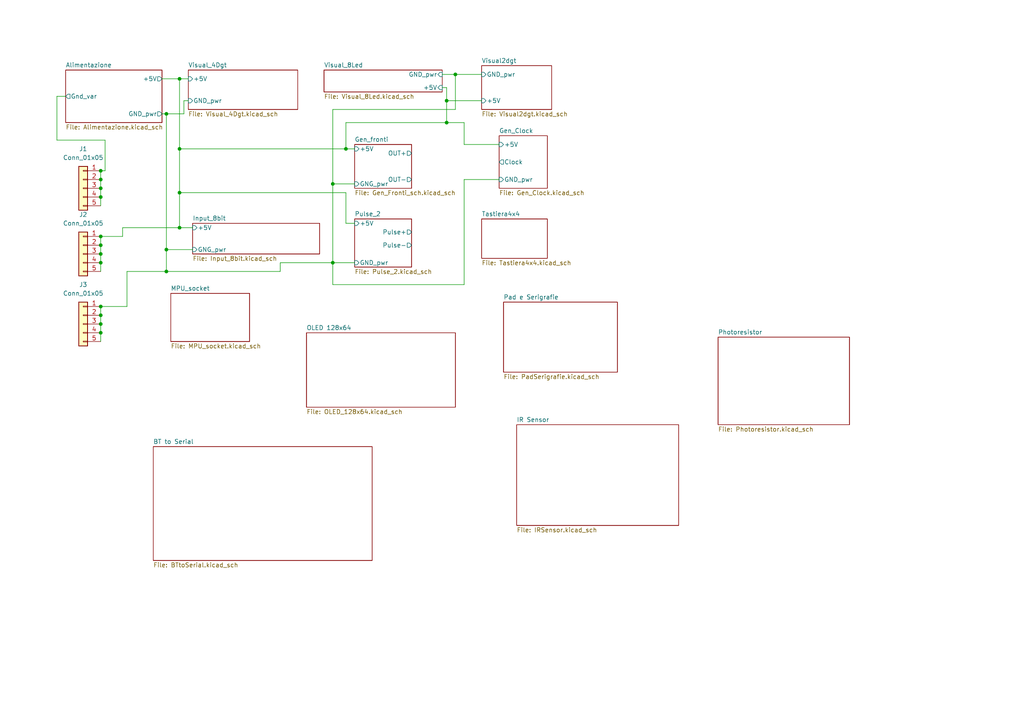
<source format=kicad_sch>
(kicad_sch (version 20211123) (generator eeschema)
  (paper "A4")
  (title_block (title "Progetto di DemoBoard per Elettronica Digitale") (date "2023-02-12") (rev "1") (company "Officine Einstein,  Roma") (comment 1 "IIS Einstein-Bachelet, Roma") (comment 3 "MP_23") (comment 4 "Laboratorio di Tecnologie e Progettazione di Sistemi Elettronici"))
  (lib_symbols
    (symbol "Connector_Generic:Conn_01x05" (pin_names (offset 1.016) hide)
      (property "Reference" "J" (at 0 7.62 0))
      (property "Value" "Conn_01x05" (at 0 -7.62 0))
      (symbol "Conn_01x05_1_1"
        (rectangle (start -1.27 -4.953) (end 0 -5.207) (stroke (width 0.1524)))
        (rectangle (start -1.27 -2.413) (end 0 -2.667) (stroke (width 0.1524)))
        (rectangle (start -1.27 0.127) (end 0 -0.127) (stroke (width 0.1524)))
        (rectangle (start -1.27 2.667) (end 0 2.413) (stroke (width 0.1524)))
        (rectangle (start -1.27 5.207) (end 0 4.953) (stroke (width 0.1524)))
        (rectangle (start -1.27 6.35) (end 1.27 -6.35) (stroke (width 0.254)) (fill (type background)))
        (pin passive line (at -5.08 5.08 0) (length 3.81) (name "Pin_1") (number "1"))
        (pin passive line (at -5.08 2.54 0) (length 3.81) (name "Pin_2") (number "2"))
        (pin passive line (at -5.08 0 0) (length 3.81) (name "Pin_3") (number "3"))
        (pin passive line (at -5.08 -2.54 0) (length 3.81) (name "Pin_4") (number "4"))
        (pin passive line (at -5.08 -5.08 0) (length 3.81) (name "Pin_5") (number "5"))
      )
    )
  )
  (junction (at 29.21 71.12))
  (junction (at 96.52 76.2))
  (junction (at 29.21 88.9))
  (junction (at 29.21 93.98))
  (junction (at 29.21 57.15))
  (junction (at 52.07 22.86))
  (junction (at 52.07 43.18))
  (junction (at 96.52 53.34))
  (junction (at 129.54 35.56))
  (junction (at 29.21 68.58))
  (junction (at 100.33 43.18))
  (junction (at 52.07 55.88))
  (junction (at 29.21 91.44))
  (junction (at 48.26 33.02))
  (junction (at 29.21 96.52))
  (junction (at 29.21 54.61))
  (junction (at 29.21 52.07))
  (junction (at 29.21 73.66))
  (junction (at 52.07 66.04))
  (junction (at 29.21 49.53))
  (junction (at 29.21 76.2))
  (junction (at 132.08 21.59))
  (junction (at 48.26 72.39))
  (junction (at 129.54 29.21))
  (junction (at 48.26 78.74))
  (wire (pts (xy 100.33 43.18) (xy 102.87 43.18)))
  (wire (pts (xy 48.26 78.74) (xy 36.83 78.74)))
  (wire (pts (xy 96.52 82.55) (xy 96.52 76.2)))
  (wire (pts (xy 134.62 82.55) (xy 96.52 82.55)))
  (wire (pts (xy 29.21 88.9) (xy 29.21 91.44)))
  (wire (pts (xy 96.52 53.34) (xy 96.52 76.2)))
  (wire (pts (xy 29.21 93.98) (xy 29.21 96.52)))
  (wire (pts (xy 16.51 40.64) (xy 30.48 40.64)))
  (wire (pts (xy 29.21 54.61) (xy 29.21 57.15)))
  (wire (pts (xy 81.28 78.74) (xy 48.26 78.74)))
  (wire (pts (xy 100.33 55.88) (xy 52.07 55.88)))
  (wire (pts (xy 48.26 33.02) (xy 48.26 72.39)))
  (wire (pts (xy 96.52 76.2) (xy 81.28 76.2)))
  (wire (pts (xy 30.48 49.53) (xy 29.21 49.53)))
  (wire (pts (xy 96.52 53.34) (xy 96.52 31.75)))
  (wire (pts (xy 35.56 68.58) (xy 29.21 68.58)))
  (wire (pts (xy 81.28 76.2) (xy 81.28 78.74)))
  (wire (pts (xy 52.07 22.86) (xy 54.61 22.86)))
  (wire (pts (xy 134.62 35.56) (xy 134.62 41.91)))
  (wire (pts (xy 132.08 21.59) (xy 128.27 21.59)))
  (wire (pts (xy 48.26 33.02) (xy 53.34 33.02)))
  (wire (pts (xy 132.08 31.75) (xy 132.08 21.59)))
  (wire (pts (xy 48.26 78.74) (xy 48.26 72.39)))
  (wire (pts (xy 29.21 52.07) (xy 29.21 54.61)))
  (wire (pts (xy 102.87 76.2) (xy 96.52 76.2)))
  (wire (pts (xy 100.33 35.56) (xy 100.33 43.18)))
  (wire (pts (xy 36.83 88.9) (xy 29.21 88.9)))
  (wire (pts (xy 100.33 64.77) (xy 100.33 55.88)))
  (wire (pts (xy 29.21 73.66) (xy 29.21 76.2)))
  (wire (pts (xy 52.07 55.88) (xy 52.07 66.04)))
  (wire (pts (xy 129.54 25.4) (xy 129.54 29.21)))
  (wire (pts (xy 19.05 27.94) (xy 16.51 27.94)))
  (wire (pts (xy 128.27 25.4) (xy 129.54 25.4)))
  (wire (pts (xy 46.99 33.02) (xy 48.26 33.02)))
  (wire (pts (xy 29.21 57.15) (xy 29.21 59.69)))
  (wire (pts (xy 53.34 29.21) (xy 54.61 29.21)))
  (wire (pts (xy 46.99 22.86) (xy 52.07 22.86)))
  (wire (pts (xy 134.62 52.07) (xy 134.62 82.55)))
  (wire (pts (xy 29.21 71.12) (xy 29.21 73.66)))
  (wire (pts (xy 30.48 40.64) (xy 30.48 49.53)))
  (wire (pts (xy 36.83 78.74) (xy 36.83 88.9)))
  (wire (pts (xy 52.07 22.86) (xy 52.07 43.18)))
  (wire (pts (xy 96.52 31.75) (xy 132.08 31.75)))
  (wire (pts (xy 29.21 68.58) (xy 29.21 71.12)))
  (wire (pts (xy 16.51 27.94) (xy 16.51 40.64)))
  (wire (pts (xy 129.54 29.21) (xy 139.7 29.21)))
  (wire (pts (xy 129.54 29.21) (xy 129.54 35.56)))
  (wire (pts (xy 102.87 64.77) (xy 100.33 64.77)))
  (wire (pts (xy 129.54 35.56) (xy 100.33 35.56)))
  (wire (pts (xy 29.21 91.44) (xy 29.21 93.98)))
  (wire (pts (xy 48.26 72.39) (xy 55.88 72.39)))
  (wire (pts (xy 102.87 53.34) (xy 96.52 53.34)))
  (wire (pts (xy 52.07 43.18) (xy 52.07 55.88)))
  (wire (pts (xy 29.21 76.2) (xy 29.21 78.74)))
  (wire (pts (xy 134.62 41.91) (xy 144.78 41.91)))
  (wire (pts (xy 52.07 66.04) (xy 55.88 66.04)))
  (wire (pts (xy 53.34 33.02) (xy 53.34 29.21)))
  (wire (pts (xy 52.07 43.18) (xy 100.33 43.18)))
  (wire (pts (xy 29.21 49.53) (xy 29.21 52.07)))
  (wire (pts (xy 132.08 21.59) (xy 139.7 21.59)))
  (wire (pts (xy 52.07 66.04) (xy 35.56 66.04)))
  (wire (pts (xy 134.62 52.07) (xy 144.78 52.07)))
  (wire (pts (xy 129.54 35.56) (xy 134.62 35.56)))
  (wire (pts (xy 35.56 66.04) (xy 35.56 68.58)))
  (wire (pts (xy 29.21 96.52) (xy 29.21 99.06)))
  (symbol (lib_id "Connector_Generic:Conn_01x05") (at 24.13 54.61 0) (mirror y) (unit 1)
    (property "Reference" "J1" (at 24.13 43.18 0))
    (property "Value" "Conn_01x05" (at 24.13 45.72 0))
  )
  (symbol (lib_id "Connector_Generic:Conn_01x05") (at 24.13 73.66 0) (mirror y) (unit 1)
    (property "Reference" "J2" (at 24.13 62.23 0))
    (property "Value" "Conn_01x05" (at 24.13 64.77 0))
  )
  (symbol (lib_id "Connector_Generic:Conn_01x05") (at 24.13 93.98 0) (mirror y) (unit 1)
    (property "Reference" "J3" (at 24.13 82.55 0))
    (property "Value" "Conn_01x05" (at 24.13 85.09 0))
  )
  (sheet (at 102.87 63.5) (size 16.51 13.97) (stroke (width 0.1524))
    (property "Sheet name" "Pulse_2" (at 102.87 62.7884 0) (effects (justify left bottom)))
    (property "Sheet file" "Pulse_2.kicad_sch" (at 102.87 78.0546 0) (effects (justify left top)))
    (pin "Pulse+" output (at 119.38 67.31 0))
    (pin "Pulse-" output (at 119.38 71.12 0))
    (pin "+5V" input (at 102.87 64.77 180))
    (pin "GND_pwr" input (at 102.87 76.2 180))
  )
  (sheet (at 146.05 87.63) (size 33.02 20.32) (stroke (width 0.1524))
    (property "Sheet name" "Pad e Serigrafie" (at 146.05 86.9184 0) (effects (justify left bottom)))
    (property "Sheet file" "PadSerigrafie.kicad_sch" (at 146.05 108.5346 0) (effects (justify left top)))
  )
  (sheet (at 102.87 41.91) (size 16.51 12.7) (stroke (width 0.1524))
    (property "Sheet name" "Gen_fronti" (at 102.87 41.1984 0) (effects (justify left bottom)))
    (property "Sheet file" "Gen_Fronti_sch.kicad_sch" (at 102.87 55.1946 0) (effects (justify left top)))
    (pin "GNG_pwr" input (at 102.87 53.34 180))
    (pin "+5V" input (at 102.87 43.18 180))
    (pin "OUT+" output (at 119.38 44.45 0))
    (pin "OUT-" output (at 119.38 52.07 0))
  )
  (sheet (at 149.86 123.19) (size 46.99 29.21) (stroke (width 0.1524))
    (property "Sheet name" "IR Sensor" (at 149.86 122.4784 0) (effects (justify left bottom)))
    (property "Sheet file" "IRSensor.kicad_sch" (at 149.86 152.9846 0) (effects (justify left top)))
  )
  (sheet (at 54.61 20.32) (size 31.75 11.43) (stroke (width 0.1524))
    (property "Sheet name" "Visual_4Dgt" (at 54.61 19.6084 0) (effects (justify left bottom)))
    (property "Sheet file" "Visual_4Dgt.kicad_sch" (at 54.61 32.3346 0) (effects (justify left top)))
    (pin "GND_pwr" input (at 54.61 29.21 180))
    (pin "+5V" input (at 54.61 22.86 180))
  )
  (sheet (at 49.53 85.09) (size 22.86 13.97) (stroke (width 0.1524))
    (property "Sheet name" "MPU_socket" (at 49.53 84.3784 0) (effects (justify left bottom)))
    (property "Sheet file" "MPU_socket.kicad_sch" (at 49.53 99.6446 0) (effects (justify left top)))
  )
  (sheet (at 139.7 63.5) (size 19.05 11.43) (stroke (width 0.1524))
    (property "Sheet name" "Tastiera4x4" (at 139.7 62.7884 0) (effects (justify left bottom)))
    (property "Sheet file" "Tastiera4x4.kicad_sch" (at 139.7 75.5146 0) (effects (justify left top)))
  )
  (sheet (at 144.78 39.37) (size 13.97 15.24) (stroke (width 0.1524))
    (property "Sheet name" "Gen_Clock" (at 144.78 38.6584 0) (effects (justify left bottom)))
    (property "Sheet file" "Gen_Clock.kicad_sch" (at 144.78 55.1946 0) (effects (justify left top)))
    (pin "GND_pwr" input (at 144.78 52.07 180))
    (pin "Clock" output (at 144.78 46.99 180))
    (pin "+5V" input (at 144.78 41.91 180))
  )
  (sheet (at 208.28 97.79) (size 38.1 25.4) (stroke (width 0.1524))
    (property "Sheet name" "Photoresistor" (at 208.28 97.0784 0) (effects (justify left bottom)))
    (property "Sheet file" "Photoresistor.kicad_sch" (at 208.28 123.7746 0) (effects (justify left top)))
  )
  (sheet (at 139.7 19.05) (size 20.32 12.7) (stroke (width 0.1524))
    (property "Sheet name" "Visual2dgt" (at 139.7 18.3384 0) (effects (justify left bottom)))
    (property "Sheet file" "Visual2dgt.kicad_sch" (at 139.7 32.3346 0) (effects (justify left top)))
    (pin "GND_pwr" input (at 139.7 21.59 180))
    (pin "+5V" input (at 139.7 29.21 180))
  )
  (sheet (at 93.98 20.32) (size 34.29 6.35) (stroke (width 0.1524))
    (property "Sheet name" "Visual_8Led" (at 93.98 19.6084 0) (effects (justify left bottom)))
    (property "Sheet file" "Visual_8Led.kicad_sch" (at 93.98 27.2546 0) (effects (justify left top)))
    (pin "+5V" input (at 128.27 25.4 0))
    (pin "GND_pwr" input (at 128.27 21.59 0))
  )
  (sheet (at 55.88 64.77) (size 36.83 8.89) (stroke (width 0.1524))
    (property "Sheet name" "Input_8bit" (at 55.88 64.0584 0) (effects (justify left bottom)))
    (property "Sheet file" "Input_8bit.kicad_sch" (at 55.88 74.2446 0) (effects (justify left top)))
    (pin "+5V" input (at 55.88 66.04 180))
    (pin "GNG_pwr" input (at 55.88 72.39 180))
  )
  (sheet (at 44.45 129.54) (size 63.5 33.02) (stroke (width 0.1524))
    (property "Sheet name" "BT to Serial" (at 44.45 128.8284 0) (effects (justify left bottom)))
    (property "Sheet file" "BTtoSerial.kicad_sch" (at 44.45 163.1446 0) (effects (justify left top)))
  )
  (sheet (at 88.9 96.52) (size 43.18 21.59) (stroke (width 0.1524))
    (property "Sheet name" "OLED 128x64" (at 88.9 95.8084 0) (effects (justify left bottom)))
    (property "Sheet file" "OLED_128x64.kicad_sch" (at 88.9 118.6946 0) (effects (justify left top)))
  )
  (sheet (at 19.05 20.32) (size 27.94 15.24) (stroke (width 0.1524))
    (property "Sheet name" "Alimentazione" (at 19.05 19.6084 0) (effects (justify left bottom)))
    (property "Sheet file" "Alimentazione.kicad_sch" (at 19.05 36.1446 0) (effects (justify left top)))
    (pin "GND_pwr" output (at 46.99 33.02 0))
    (pin "+5V" output (at 46.99 22.86 0))
    (pin "Gnd_var" output (at 19.05 27.94 180))
  )
)
</source>
